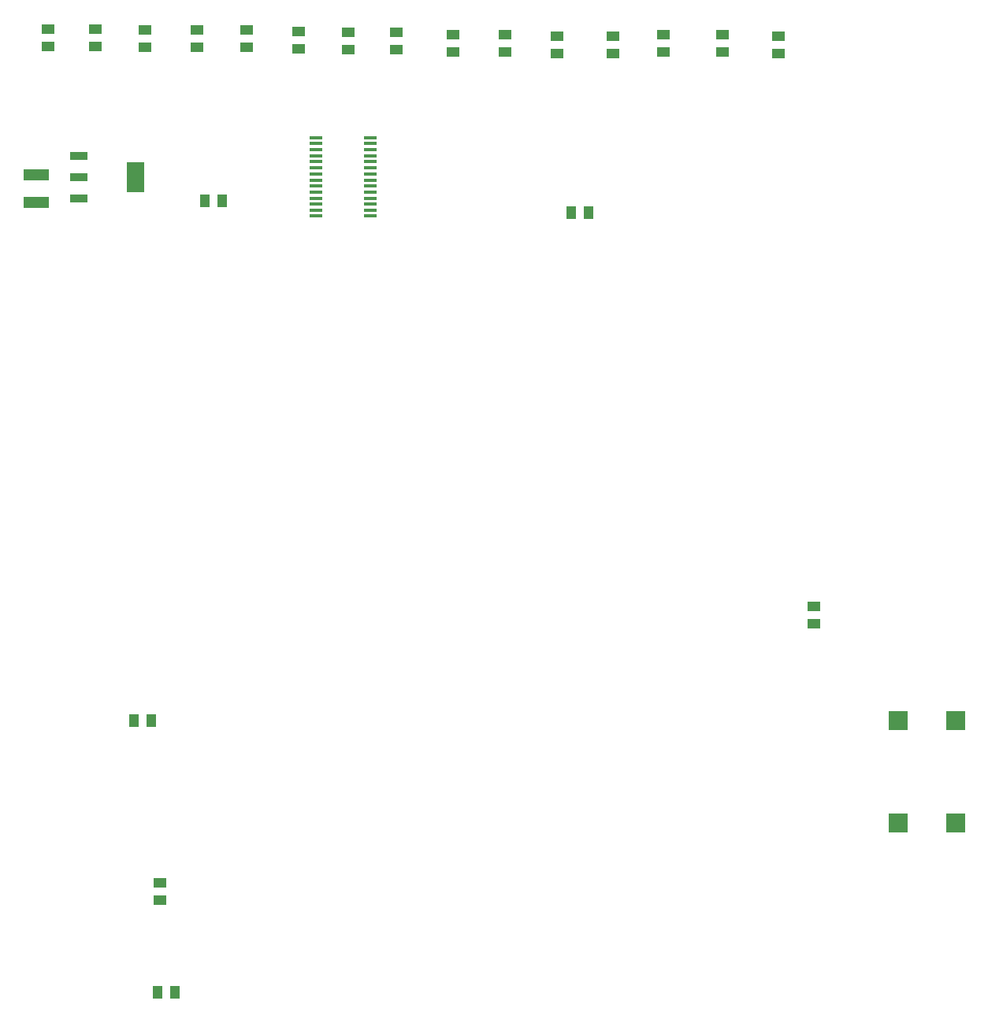
<source format=gbr>
G04 EAGLE Gerber RS-274X export*
G75*
%MOMM*%
%FSLAX34Y34*%
%LPD*%
%INSolderpaste Top*%
%IPPOS*%
%AMOC8*
5,1,8,0,0,1.08239X$1,22.5*%
G01*
G04 Define Apertures*
%ADD10R,2.715300X1.164600*%
%ADD11R,1.860300X0.897900*%
%ADD12R,1.860300X3.189100*%
%ADD13R,2.050000X2.050000*%
%ADD14R,1.420200X1.031200*%
%ADD15R,1.031200X1.420200*%
%ADD16R,1.473200X0.355600*%
D10*
X63500Y683746D03*
X63500Y713254D03*
D11*
X108950Y734200D03*
X108950Y711200D03*
X108950Y688200D03*
D12*
X170450Y711200D03*
D13*
X1051329Y16904D03*
X989829Y16904D03*
X1051329Y126904D03*
X989829Y126904D03*
D14*
X76200Y870255D03*
X76200Y851865D03*
X567690Y863905D03*
X567690Y845515D03*
X623570Y862635D03*
X623570Y844245D03*
X683260Y862635D03*
X683260Y844245D03*
X737870Y863905D03*
X737870Y845515D03*
X801370Y863905D03*
X801370Y845515D03*
X861060Y862635D03*
X861060Y844245D03*
D15*
X638505Y673100D03*
X656895Y673100D03*
X244805Y685800D03*
X263195Y685800D03*
X194005Y-165100D03*
X212395Y-165100D03*
D14*
X127000Y870255D03*
X127000Y851865D03*
X899594Y249394D03*
X899594Y231004D03*
X196850Y-47955D03*
X196850Y-66345D03*
X180340Y868985D03*
X180340Y850595D03*
X236220Y868985D03*
X236220Y850595D03*
X289560Y868985D03*
X289560Y850595D03*
X345440Y867715D03*
X345440Y849325D03*
X398780Y866445D03*
X398780Y848055D03*
X450850Y866445D03*
X450850Y848055D03*
X511810Y863905D03*
X511810Y845515D03*
D16*
X422910Y669036D03*
X422910Y675386D03*
X422910Y681990D03*
X422910Y688340D03*
X422910Y694944D03*
X422910Y701548D03*
X422910Y707898D03*
X422910Y714502D03*
X422910Y720852D03*
X422910Y727456D03*
X422910Y734060D03*
X422910Y740410D03*
X422910Y747014D03*
X422910Y753364D03*
X364490Y753364D03*
X364490Y747014D03*
X364490Y740410D03*
X364490Y734060D03*
X364490Y727456D03*
X364490Y720852D03*
X364490Y714502D03*
X364490Y707898D03*
X364490Y701548D03*
X364490Y694944D03*
X364490Y688340D03*
X364490Y681990D03*
X364490Y675386D03*
X364490Y669036D03*
D15*
X168605Y127000D03*
X186995Y127000D03*
M02*

</source>
